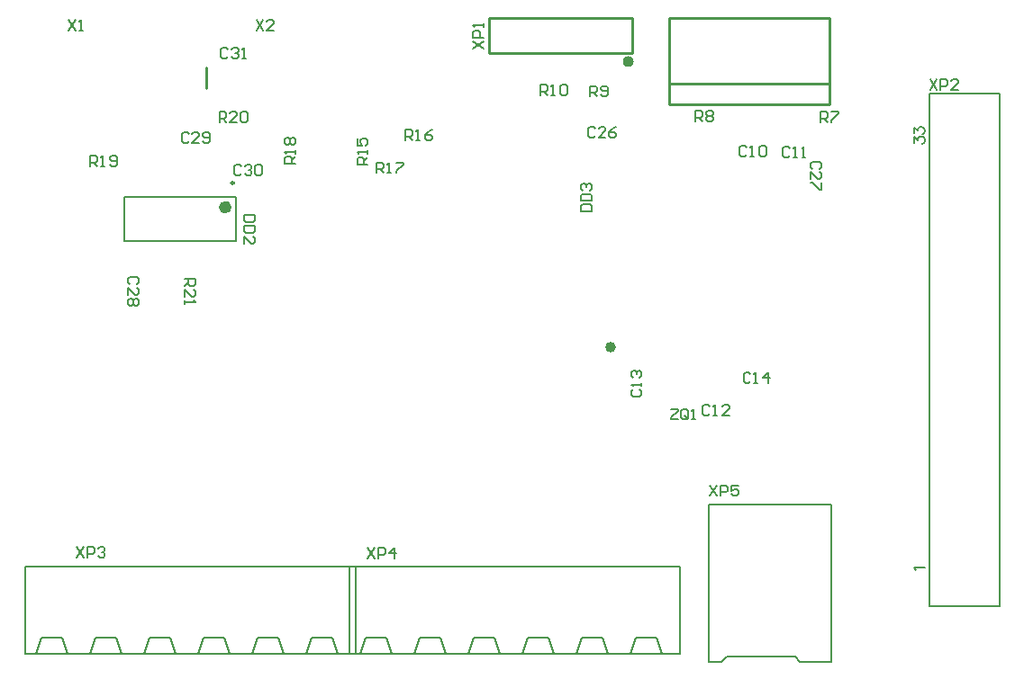
<source format=gto>
G04 Layer_Color=65535*
%FSLAX24Y24*%
%MOIN*%
G70*
G01*
G75*
%ADD23C,0.0197*%
%ADD41C,0.0394*%
%ADD42C,0.0098*%
%ADD43C,0.0236*%
%ADD44C,0.0079*%
%ADD45C,0.0050*%
%ADD46C,0.0100*%
D23*
X22835Y11909D02*
G03*
X22835Y11909I-98J0D01*
G01*
D41*
X23396Y22500D02*
G03*
X23396Y22500I-10J0D01*
G01*
D42*
X8799Y18002D02*
G03*
X8799Y18002I-49J0D01*
G01*
X7776Y21496D02*
Y22283D01*
D43*
X8593Y17096D02*
G03*
X8593Y17096I-118J0D01*
G01*
D44*
X4734Y17490D02*
X8868D01*
X4734Y15837D02*
X8868D01*
Y17490D01*
X4734Y15837D02*
Y17490D01*
X8579Y22956D02*
X8514Y23022D01*
X8383D01*
X8317Y22956D01*
Y22694D01*
X8383Y22628D01*
X8514D01*
X8579Y22694D01*
X8711Y22956D02*
X8776Y23022D01*
X8907D01*
X8973Y22956D01*
Y22890D01*
X8907Y22825D01*
X8842D01*
X8907D01*
X8973Y22759D01*
Y22694D01*
X8907Y22628D01*
X8776D01*
X8711Y22694D01*
X9104Y22628D02*
X9235D01*
X9170D01*
Y23022D01*
X9104Y22956D01*
X13740Y4488D02*
X14003Y4094D01*
Y4488D02*
X13740Y4094D01*
X14134D02*
Y4488D01*
X14331D01*
X14396Y4422D01*
Y4291D01*
X14331Y4226D01*
X14134D01*
X14724Y4094D02*
Y4488D01*
X14527Y4291D01*
X14790D01*
X24961Y9626D02*
X25223D01*
Y9560D01*
X24961Y9298D01*
Y9232D01*
X25223D01*
X25617Y9298D02*
Y9560D01*
X25551Y9626D01*
X25420D01*
X25354Y9560D01*
Y9298D01*
X25420Y9232D01*
X25551D01*
X25485Y9363D02*
X25617Y9232D01*
X25551D02*
X25617Y9298D01*
X25748Y9232D02*
X25879D01*
X25813D01*
Y9626D01*
X25748Y9560D01*
X34557Y21851D02*
X34820Y21457D01*
Y21851D02*
X34557Y21457D01*
X34951D02*
Y21851D01*
X35148D01*
X35213Y21785D01*
Y21654D01*
X35148Y21589D01*
X34951D01*
X35607Y21457D02*
X35345D01*
X35607Y21720D01*
Y21785D01*
X35541Y21851D01*
X35410D01*
X35345Y21785D01*
X17648Y22992D02*
X18041Y23255D01*
X17648D02*
X18041Y22992D01*
Y23386D02*
X17648D01*
Y23582D01*
X17713Y23648D01*
X17845D01*
X17910Y23582D01*
Y23386D01*
X18041Y23779D02*
Y23910D01*
Y23845D01*
X17648D01*
X17713Y23779D01*
X9626Y24035D02*
X9888Y23642D01*
Y24035D02*
X9626Y23642D01*
X10282D02*
X10020D01*
X10282Y23904D01*
Y23970D01*
X10216Y24035D01*
X10085D01*
X10020Y23970D01*
X2667Y24035D02*
X2930Y23642D01*
Y24035D02*
X2667Y23642D01*
X3061D02*
X3192D01*
X3126D01*
Y24035D01*
X3061Y23970D01*
X14085Y18366D02*
Y18760D01*
X14281D01*
X14347Y18694D01*
Y18563D01*
X14281Y18497D01*
X14085D01*
X14216D02*
X14347Y18366D01*
X14478D02*
X14609D01*
X14544D01*
Y18760D01*
X14478Y18694D01*
X14806Y18760D02*
X15069D01*
Y18694D01*
X14806Y18432D01*
Y18366D01*
X15148Y19577D02*
Y19970D01*
X15344D01*
X15410Y19905D01*
Y19774D01*
X15344Y19708D01*
X15148D01*
X15279D02*
X15410Y19577D01*
X15541D02*
X15672D01*
X15607D01*
Y19970D01*
X15541Y19905D01*
X16132Y19970D02*
X16000Y19905D01*
X15869Y19774D01*
Y19642D01*
X15935Y19577D01*
X16066D01*
X16132Y19642D01*
Y19708D01*
X16066Y19774D01*
X15869D01*
X13750Y18671D02*
X13356D01*
Y18868D01*
X13422Y18934D01*
X13553D01*
X13619Y18868D01*
Y18671D01*
Y18802D02*
X13750Y18934D01*
Y19065D02*
Y19196D01*
Y19130D01*
X13356D01*
X13422Y19065D01*
X13356Y19655D02*
Y19393D01*
X13553D01*
X13488Y19524D01*
Y19590D01*
X13553Y19655D01*
X13684D01*
X13750Y19590D01*
Y19458D01*
X13684Y19393D01*
X11073Y18701D02*
X10679D01*
Y18898D01*
X10745Y18963D01*
X10876D01*
X10942Y18898D01*
Y18701D01*
Y18832D02*
X11073Y18963D01*
Y19094D02*
Y19226D01*
Y19160D01*
X10679D01*
X10745Y19094D01*
Y19422D02*
X10679Y19488D01*
Y19619D01*
X10745Y19685D01*
X10810D01*
X10876Y19619D01*
X10942Y19685D01*
X11007D01*
X11073Y19619D01*
Y19488D01*
X11007Y19422D01*
X10942D01*
X10876Y19488D01*
X10810Y19422D01*
X10745D01*
X10876Y19488D02*
Y19619D01*
X25886Y20285D02*
Y20679D01*
X26083D01*
X26148Y20613D01*
Y20482D01*
X26083Y20417D01*
X25886D01*
X26017D02*
X26148Y20285D01*
X26279Y20613D02*
X26345Y20679D01*
X26476D01*
X26542Y20613D01*
Y20548D01*
X26476Y20482D01*
X26542Y20417D01*
Y20351D01*
X26476Y20285D01*
X26345D01*
X26279Y20351D01*
Y20417D01*
X26345Y20482D01*
X26279Y20548D01*
Y20613D01*
X26345Y20482D02*
X26476D01*
X30522Y20256D02*
Y20649D01*
X30718D01*
X30784Y20584D01*
Y20453D01*
X30718Y20387D01*
X30522D01*
X30653D02*
X30784Y20256D01*
X30915Y20649D02*
X31178D01*
Y20584D01*
X30915Y20322D01*
Y20256D01*
X20148Y21260D02*
Y21653D01*
X20344D01*
X20410Y21588D01*
Y21457D01*
X20344Y21391D01*
X20148D01*
X20279D02*
X20410Y21260D01*
X20541D02*
X20672D01*
X20607D01*
Y21653D01*
X20541Y21588D01*
X20869D02*
X20935Y21653D01*
X21066D01*
X21132Y21588D01*
Y21325D01*
X21066Y21260D01*
X20935D01*
X20869Y21325D01*
Y21588D01*
X21978Y21201D02*
Y21594D01*
X22175D01*
X22241Y21529D01*
Y21398D01*
X22175Y21332D01*
X21978D01*
X22110D02*
X22241Y21201D01*
X22372Y21266D02*
X22438Y21201D01*
X22569D01*
X22634Y21266D01*
Y21529D01*
X22569Y21594D01*
X22438D01*
X22372Y21529D01*
Y21463D01*
X22438Y21398D01*
X22634D01*
X3474Y18612D02*
Y19006D01*
X3671D01*
X3737Y18940D01*
Y18809D01*
X3671Y18743D01*
X3474D01*
X3606D02*
X3737Y18612D01*
X3868D02*
X3999D01*
X3934D01*
Y19006D01*
X3868Y18940D01*
X4196Y18678D02*
X4262Y18612D01*
X4393D01*
X4458Y18678D01*
Y18940D01*
X4393Y19006D01*
X4262D01*
X4196Y18940D01*
Y18875D01*
X4262Y18809D01*
X4458D01*
X6978Y14429D02*
X7372D01*
Y14232D01*
X7306Y14167D01*
X7175D01*
X7110Y14232D01*
Y14429D01*
Y14298D02*
X6978Y14167D01*
Y13773D02*
Y14036D01*
X7241Y13773D01*
X7306D01*
X7372Y13839D01*
Y13970D01*
X7306Y14036D01*
X6978Y13642D02*
Y13511D01*
Y13576D01*
X7372D01*
X7306Y13642D01*
X8258Y20256D02*
Y20649D01*
X8455D01*
X8520Y20584D01*
Y20453D01*
X8455Y20387D01*
X8258D01*
X8389D02*
X8520Y20256D01*
X8914D02*
X8651D01*
X8914Y20518D01*
Y20584D01*
X8848Y20649D01*
X8717D01*
X8651Y20584D01*
X9045D02*
X9111Y20649D01*
X9242D01*
X9307Y20584D01*
Y20322D01*
X9242Y20256D01*
X9111D01*
X9045Y20322D01*
Y20584D01*
X2972Y4508D02*
X3235Y4114D01*
Y4508D02*
X2972Y4114D01*
X3366D02*
Y4508D01*
X3563D01*
X3628Y4442D01*
Y4311D01*
X3563Y4245D01*
X3366D01*
X3760Y4442D02*
X3825Y4508D01*
X3956D01*
X4022Y4442D01*
Y4377D01*
X3956Y4311D01*
X3891D01*
X3956D01*
X4022Y4245D01*
Y4180D01*
X3956Y4114D01*
X3825D01*
X3760Y4180D01*
X26407Y6791D02*
X26670Y6397D01*
Y6791D02*
X26407Y6397D01*
X26801D02*
Y6791D01*
X26998D01*
X27063Y6725D01*
Y6594D01*
X26998Y6529D01*
X26801D01*
X27457Y6791D02*
X27195D01*
Y6594D01*
X27326Y6660D01*
X27391D01*
X27457Y6594D01*
Y6463D01*
X27391Y6397D01*
X27260D01*
X27195Y6463D01*
X21644Y16939D02*
X22037D01*
Y17136D01*
X21972Y17201D01*
X21709D01*
X21644Y17136D01*
Y16939D01*
Y17333D02*
X22037D01*
Y17529D01*
X21972Y17595D01*
X21709D01*
X21644Y17529D01*
Y17333D01*
X21709Y17726D02*
X21644Y17792D01*
Y17923D01*
X21709Y17989D01*
X21775D01*
X21841Y17923D01*
Y17857D01*
Y17923D01*
X21906Y17989D01*
X21972D01*
X22037Y17923D01*
Y17792D01*
X21972Y17726D01*
X9567Y16811D02*
X9173D01*
Y16614D01*
X9239Y16549D01*
X9501D01*
X9567Y16614D01*
Y16811D01*
Y16417D02*
X9173D01*
Y16221D01*
X9239Y16155D01*
X9501D01*
X9567Y16221D01*
Y16417D01*
X9173Y15761D02*
Y16024D01*
X9436Y15761D01*
X9501D01*
X9567Y15827D01*
Y15958D01*
X9501Y16024D01*
X29364Y19268D02*
X29298Y19333D01*
X29167D01*
X29101Y19268D01*
Y19005D01*
X29167Y18940D01*
X29298D01*
X29364Y19005D01*
X29495Y18940D02*
X29626D01*
X29560D01*
Y19333D01*
X29495Y19268D01*
X29823Y18940D02*
X29954D01*
X29888D01*
Y19333D01*
X29823Y19268D01*
X27782Y19314D02*
X27716Y19380D01*
X27585D01*
X27520Y19314D01*
Y19052D01*
X27585Y18986D01*
X27716D01*
X27782Y19052D01*
X27913Y18986D02*
X28044D01*
X27979D01*
Y19380D01*
X27913Y19314D01*
X28241D02*
X28307Y19380D01*
X28438D01*
X28504Y19314D01*
Y19052D01*
X28438Y18986D01*
X28307D01*
X28241Y19052D01*
Y19314D01*
X30466Y18527D02*
X30531Y18593D01*
Y18724D01*
X30466Y18789D01*
X30203D01*
X30138Y18724D01*
Y18593D01*
X30203Y18527D01*
X30138Y18133D02*
Y18396D01*
X30400Y18133D01*
X30466D01*
X30531Y18199D01*
Y18330D01*
X30466Y18396D01*
X30531Y18002D02*
Y17740D01*
X30466D01*
X30203Y18002D01*
X30138D01*
X22161Y20005D02*
X22095Y20071D01*
X21964D01*
X21899Y20005D01*
Y19743D01*
X21964Y19677D01*
X22095D01*
X22161Y19743D01*
X22555Y19677D02*
X22292D01*
X22555Y19940D01*
Y20005D01*
X22489Y20071D01*
X22358D01*
X22292Y20005D01*
X22948Y20071D02*
X22817Y20005D01*
X22686Y19874D01*
Y19743D01*
X22751Y19677D01*
X22883D01*
X22948Y19743D01*
Y19808D01*
X22883Y19874D01*
X22686D01*
X23560Y10331D02*
X23494Y10266D01*
Y10134D01*
X23560Y10069D01*
X23822D01*
X23888Y10134D01*
Y10266D01*
X23822Y10331D01*
X23888Y10462D02*
Y10594D01*
Y10528D01*
X23494D01*
X23560Y10462D01*
Y10790D02*
X23494Y10856D01*
Y10987D01*
X23560Y11053D01*
X23625D01*
X23691Y10987D01*
Y10922D01*
Y10987D01*
X23757Y11053D01*
X23822D01*
X23888Y10987D01*
Y10856D01*
X23822Y10790D01*
X26414Y9698D02*
X26348Y9764D01*
X26217D01*
X26152Y9698D01*
Y9436D01*
X26217Y9370D01*
X26348D01*
X26414Y9436D01*
X26545Y9370D02*
X26676D01*
X26611D01*
Y9764D01*
X26545Y9698D01*
X27136Y9370D02*
X26873D01*
X27136Y9632D01*
Y9698D01*
X27070Y9764D01*
X26939D01*
X26873Y9698D01*
X5190Y14245D02*
X5256Y14311D01*
Y14442D01*
X5190Y14508D01*
X4928D01*
X4862Y14442D01*
Y14311D01*
X4928Y14245D01*
X4862Y13852D02*
Y14114D01*
X5125Y13852D01*
X5190D01*
X5256Y13918D01*
Y14049D01*
X5190Y14114D01*
Y13721D02*
X5256Y13655D01*
Y13524D01*
X5190Y13458D01*
X5125D01*
X5059Y13524D01*
X4993Y13458D01*
X4928D01*
X4862Y13524D01*
Y13655D01*
X4928Y13721D01*
X4993D01*
X5059Y13655D01*
X5125Y13721D01*
X5190D01*
X5059Y13655D02*
Y13524D01*
X9062Y18615D02*
X8996Y18681D01*
X8865D01*
X8799Y18615D01*
Y18353D01*
X8865Y18287D01*
X8996D01*
X9062Y18353D01*
X9193Y18615D02*
X9258Y18681D01*
X9390D01*
X9455Y18615D01*
Y18550D01*
X9390Y18484D01*
X9324D01*
X9390D01*
X9455Y18419D01*
Y18353D01*
X9390Y18287D01*
X9258D01*
X9193Y18353D01*
X9586Y18615D02*
X9652Y18681D01*
X9783D01*
X9849Y18615D01*
Y18353D01*
X9783Y18287D01*
X9652D01*
X9586Y18353D01*
Y18615D01*
X7123Y19806D02*
X7057Y19872D01*
X6926D01*
X6860Y19806D01*
Y19544D01*
X6926Y19478D01*
X7057D01*
X7123Y19544D01*
X7516Y19478D02*
X7254D01*
X7516Y19741D01*
Y19806D01*
X7451Y19872D01*
X7319D01*
X7254Y19806D01*
X7647Y19544D02*
X7713Y19478D01*
X7844D01*
X7910Y19544D01*
Y19806D01*
X7844Y19872D01*
X7713D01*
X7647Y19806D01*
Y19741D01*
X7713Y19675D01*
X7910D01*
X27920Y10899D02*
X27854Y10964D01*
X27723D01*
X27657Y10899D01*
Y10636D01*
X27723Y10571D01*
X27854D01*
X27920Y10636D01*
X28051Y10571D02*
X28182D01*
X28117D01*
Y10964D01*
X28051Y10899D01*
X28576Y10571D02*
Y10964D01*
X28379Y10768D01*
X28641D01*
X33964Y19495D02*
Y19701D01*
X34114Y19589D01*
Y19645D01*
X34133Y19682D01*
X34151Y19701D01*
X34208Y19720D01*
X34245D01*
X34301Y19701D01*
X34339Y19664D01*
X34357Y19607D01*
Y19551D01*
X34339Y19495D01*
X34320Y19476D01*
X34283Y19457D01*
X33964Y19845D02*
Y20052D01*
X34114Y19939D01*
Y19995D01*
X34133Y20033D01*
X34151Y20052D01*
X34208Y20070D01*
X34245D01*
X34301Y20052D01*
X34339Y20014D01*
X34357Y19958D01*
Y19902D01*
X34339Y19845D01*
X34320Y19827D01*
X34283Y19808D01*
X34039Y3657D02*
X34020Y3695D01*
X33964Y3751D01*
X34357D01*
D45*
X25301Y551D02*
Y3780D01*
X13065Y551D02*
X25301D01*
X13065D02*
Y3780D01*
X25301D01*
X14449Y1142D02*
X14646Y551D01*
X13465D02*
X13662Y1142D01*
X14449D01*
X16449D02*
X16646Y551D01*
X15465D02*
X15662Y1142D01*
X16449D01*
X18449D02*
X18646Y551D01*
X17465D02*
X17662Y1142D01*
X18449D01*
X20449D02*
X20646Y551D01*
X19465D02*
X19662Y1142D01*
X20449D01*
X22449D02*
X22646Y551D01*
X21465D02*
X21662Y1142D01*
X22449D01*
X24449D02*
X24646Y551D01*
X23465D02*
X23662Y1142D01*
X24449D01*
X26358Y236D02*
Y6093D01*
X30915Y236D02*
Y2815D01*
X29754Y236D02*
X30915D01*
X29557Y433D02*
X29754Y236D01*
X27037Y433D02*
X29557D01*
X26841Y236D02*
X27037Y433D01*
X26358Y236D02*
X26841D01*
X34527Y2311D02*
X37127D01*
X34527Y21311D02*
X37127D01*
Y2311D02*
Y21311D01*
X34527Y2311D02*
Y21311D01*
X13303Y551D02*
Y3780D01*
X1067Y551D02*
X13303D01*
X1067D02*
Y3780D01*
X13303D01*
X2451Y1142D02*
X2648Y551D01*
X1467D02*
X1664Y1142D01*
X2451D01*
X4451D02*
X4648Y551D01*
X3467D02*
X3664Y1142D01*
X4451D01*
X6451D02*
X6648Y551D01*
X5467D02*
X5664Y1142D01*
X6451D01*
X8451D02*
X8648Y551D01*
X7467D02*
X7664Y1142D01*
X8451D01*
X10451D02*
X10648Y551D01*
X9467D02*
X9664Y1142D01*
X10451D01*
X12451D02*
X12648Y551D01*
X11467D02*
X11664Y1142D01*
X12451D01*
X30915Y2815D02*
Y4843D01*
X26358Y6093D02*
X30915D01*
Y5531D02*
Y6093D01*
Y4843D02*
Y5531D01*
D46*
X23544Y22824D02*
Y24124D01*
X18244Y22824D02*
Y24124D01*
X23544D01*
X18244Y22824D02*
X23544D01*
X30843Y20906D02*
Y24114D01*
X24921Y20906D02*
Y24114D01*
X30843D01*
X24943Y21674D02*
X30843D01*
X24921Y20906D02*
X30843D01*
M02*

</source>
